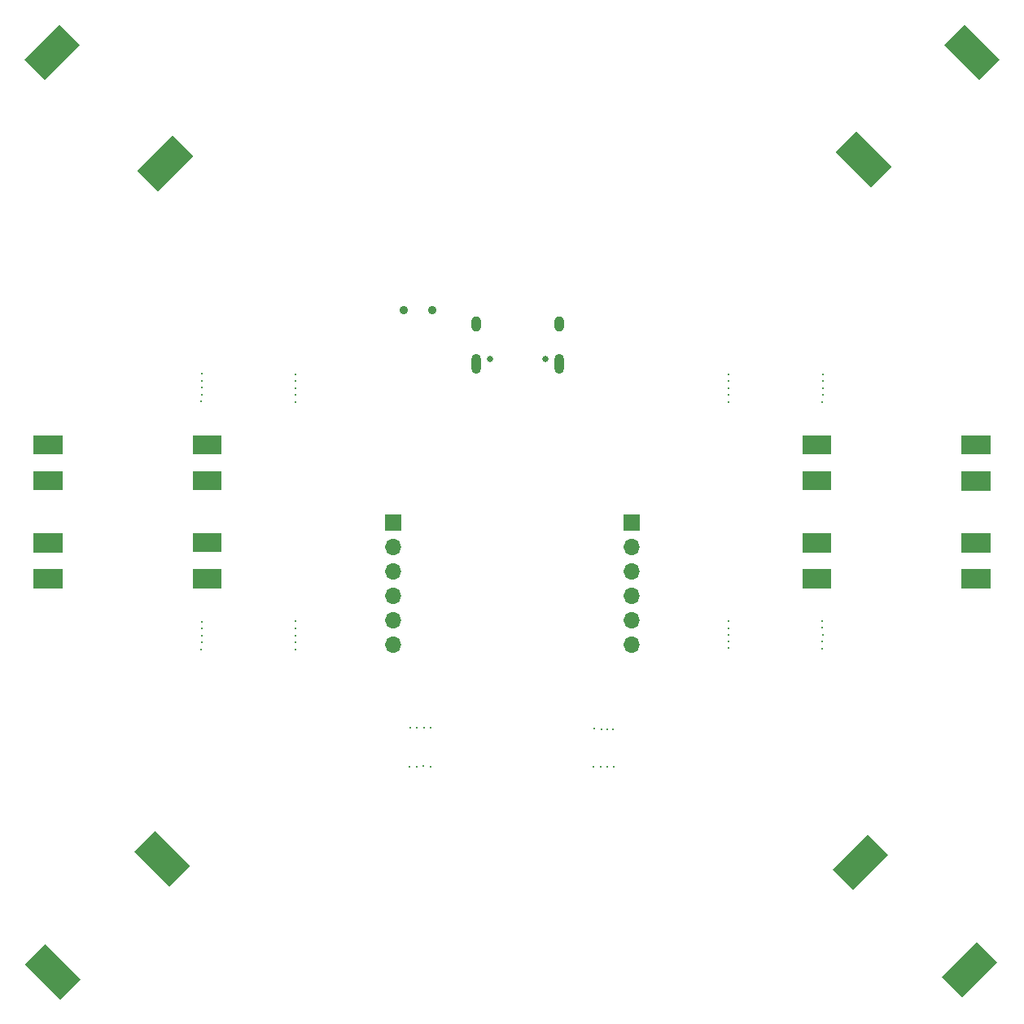
<source format=gbr>
%TF.GenerationSoftware,KiCad,Pcbnew,8.0.1*%
%TF.CreationDate,2024-05-11T18:36:51+02:00*%
%TF.ProjectId,Dron Wi-Fi ESP32,44726f6e-2057-4692-9d46-692045535033,rev?*%
%TF.SameCoordinates,Original*%
%TF.FileFunction,Soldermask,Bot*%
%TF.FilePolarity,Negative*%
%FSLAX46Y46*%
G04 Gerber Fmt 4.6, Leading zero omitted, Abs format (unit mm)*
G04 Created by KiCad (PCBNEW 8.0.1) date 2024-05-11 18:36:51*
%MOMM*%
%LPD*%
G01*
G04 APERTURE LIST*
%ADD10C,0.000000*%
%ADD11C,0.300000*%
%ADD12R,1.700000X1.700000*%
%ADD13O,1.700000X1.700000*%
%ADD14C,0.650000*%
%ADD15O,1.000000X2.100000*%
%ADD16O,1.000000X1.600000*%
%ADD17C,0.900000*%
G04 APERTURE END LIST*
D10*
G36*
X111642170Y-70832170D02*
G01*
X107980760Y-74491040D01*
X105854780Y-72373950D01*
X109520000Y-68710000D01*
X111642170Y-70832170D01*
G37*
G36*
X99912170Y-59272170D02*
G01*
X96250760Y-62931040D01*
X94124780Y-60813950D01*
X97790000Y-57150000D01*
X99912170Y-59272170D01*
G37*
G36*
X195580000Y-60830000D02*
G01*
X193457830Y-62952170D01*
X189798960Y-59290760D01*
X191916050Y-57164780D01*
X195580000Y-60830000D01*
G37*
G36*
X184280000Y-71950000D02*
G01*
X182157830Y-74072170D01*
X178498960Y-70410760D01*
X180616050Y-68284780D01*
X184280000Y-71950000D01*
G37*
G36*
X195332170Y-154662170D02*
G01*
X191670760Y-158321040D01*
X189544780Y-156203950D01*
X193210000Y-152540000D01*
X195332170Y-154662170D01*
G37*
G36*
X183992170Y-143542170D02*
G01*
X180330760Y-147201040D01*
X178204780Y-145083950D01*
X181870000Y-141420000D01*
X183992170Y-143542170D01*
G37*
G36*
X99940000Y-156470000D02*
G01*
X97817830Y-158592170D01*
X94158960Y-154930760D01*
X96276050Y-152804780D01*
X99940000Y-156470000D01*
G37*
G36*
X178041988Y-105615581D02*
G01*
X175041998Y-105615581D01*
X175041998Y-103615581D01*
X178041988Y-103615581D01*
X178041988Y-105615581D01*
G37*
G36*
X178041988Y-112067181D02*
G01*
X175041998Y-112067181D01*
X175041998Y-110067181D01*
X178041988Y-110067181D01*
X178041988Y-112067181D01*
G37*
G36*
X178041988Y-115800981D02*
G01*
X175041998Y-115800981D01*
X175041998Y-113800981D01*
X178041988Y-113800981D01*
X178041988Y-115800981D01*
G37*
G36*
X194602788Y-115794631D02*
G01*
X191602798Y-115794631D01*
X191602798Y-113794631D01*
X194602788Y-113794631D01*
X194602788Y-115794631D01*
G37*
G36*
X194602788Y-112067181D02*
G01*
X191602798Y-112067181D01*
X191602798Y-110067181D01*
X194602788Y-110067181D01*
X194602788Y-112067181D01*
G37*
G36*
X194602788Y-105634631D02*
G01*
X191602798Y-105634631D01*
X191602798Y-103634631D01*
X194602788Y-103634631D01*
X194602788Y-105634631D01*
G37*
G36*
X194602788Y-101881781D02*
G01*
X191602798Y-101881781D01*
X191602798Y-99881781D01*
X194602788Y-99881781D01*
X194602788Y-101881781D01*
G37*
G36*
X178041988Y-101881781D02*
G01*
X175041998Y-101881781D01*
X175041998Y-99881781D01*
X178041988Y-99881781D01*
X178041988Y-101881781D01*
G37*
G36*
X178041988Y-105615581D02*
G01*
X175041998Y-105615581D01*
X175041998Y-103615581D01*
X178041988Y-103615581D01*
X178041988Y-105615581D01*
G37*
G36*
X114642828Y-105615581D02*
G01*
X111642838Y-105615581D01*
X111642838Y-103615581D01*
X114642828Y-103615581D01*
X114642828Y-105615581D01*
G37*
G36*
X114642828Y-101881781D02*
G01*
X111642838Y-101881781D01*
X111642838Y-99881781D01*
X114642828Y-99881781D01*
X114642828Y-101881781D01*
G37*
G36*
X98082788Y-101881781D02*
G01*
X95082798Y-101881781D01*
X95082798Y-99881781D01*
X98082788Y-99881781D01*
X98082788Y-101881781D01*
G37*
G36*
X98082788Y-105615581D02*
G01*
X95082798Y-105615581D01*
X95082798Y-103615581D01*
X98082788Y-103615581D01*
X98082788Y-105615581D01*
G37*
G36*
X98082788Y-112067181D02*
G01*
X95082798Y-112067181D01*
X95082798Y-110067181D01*
X98082788Y-110067181D01*
X98082788Y-112067181D01*
G37*
G36*
X98082788Y-115800981D02*
G01*
X95082798Y-115800981D01*
X95082798Y-113800981D01*
X98082788Y-113800981D01*
X98082788Y-115800981D01*
G37*
G36*
X114642828Y-115800981D02*
G01*
X111642838Y-115800981D01*
X111642838Y-113800981D01*
X114642828Y-113800981D01*
X114642828Y-115800981D01*
G37*
G36*
X111640005Y-110050000D02*
G01*
X114639995Y-110050000D01*
X114639995Y-112050000D01*
X111640005Y-112050000D01*
X111640005Y-110050000D01*
G37*
G36*
X111360581Y-144737864D02*
G01*
X109238411Y-146860034D01*
X105579541Y-143198624D01*
X107696631Y-141072644D01*
X111360581Y-144737864D01*
G37*
D11*
%TO.C,REF\u002A\u002A*%
X122340000Y-121420000D03*
%TD*%
D12*
%TO.C,J7*%
X132500000Y-109000000D03*
D13*
X132500000Y-111540000D03*
X132500000Y-114080000D03*
X132500000Y-116620000D03*
X132500000Y-119160000D03*
X132500000Y-121700000D03*
%TD*%
D11*
%TO.C,REF\u002A\u002A*%
X134200000Y-134340000D03*
%TD*%
D14*
%TO.C,J1*%
X148320000Y-91950000D03*
X142540000Y-91950000D03*
D15*
X149750000Y-92480000D03*
D16*
X149750000Y-88300000D03*
D15*
X141110000Y-92480000D03*
D16*
X141110000Y-88300000D03*
%TD*%
D11*
%TO.C,REF\u002A\u002A*%
X122340000Y-93550000D03*
%TD*%
%TO.C,REF\u002A\u002A*%
X135650000Y-134330000D03*
%TD*%
%TO.C,REF\u002A\u002A*%
X177140000Y-121360000D03*
%TD*%
%TO.C,REF\u002A\u002A*%
X177150000Y-93540000D03*
%TD*%
%TO.C,REF\u002A\u002A*%
X136390000Y-130340000D03*
%TD*%
D17*
%TO.C,SW1*%
X136575000Y-86875000D03*
X133575000Y-86875000D03*
%TD*%
D11*
%TO.C,REF\u002A\u002A*%
X112550000Y-94230000D03*
%TD*%
%TO.C,REF\u002A\u002A*%
X122340000Y-94280000D03*
%TD*%
%TO.C,*%
X167330000Y-121350000D03*
%TD*%
%TO.C,REF\u002A\u002A*%
X177140000Y-96440000D03*
%TD*%
%TO.C,REF\u002A\u002A*%
X112560000Y-120730000D03*
%TD*%
%TO.C,REF\u002A\u002A*%
X122340000Y-119990000D03*
%TD*%
%TO.C,REF\u002A\u002A*%
X112550000Y-120010000D03*
%TD*%
%TO.C,*%
X167340000Y-119220000D03*
%TD*%
%TO.C,REF\u002A\u002A*%
X177140000Y-119200000D03*
%TD*%
%TO.C,REF\u002A\u002A*%
X122350000Y-95000000D03*
%TD*%
%TO.C,REF\u002A\u002A*%
X153390000Y-130430000D03*
%TD*%
%TO.C,*%
X167340000Y-95720000D03*
%TD*%
%TO.C,REF\u002A\u002A*%
X122330000Y-96450000D03*
%TD*%
%TO.C,*%
X167350000Y-94260000D03*
%TD*%
%TO.C,REF\u002A\u002A*%
X122340000Y-119260000D03*
%TD*%
%TO.C,*%
X153340000Y-134340000D03*
%TD*%
%TO.C,REF\u002A\u002A*%
X177140000Y-119930000D03*
%TD*%
%TO.C,REF\u002A\u002A*%
X135680000Y-130330000D03*
%TD*%
%TO.C,REF\u002A\u002A*%
X177160000Y-94990000D03*
%TD*%
%TO.C,REF\u002A\u002A*%
X134930000Y-134340000D03*
%TD*%
%TO.C,REF\u002A\u002A*%
X112560000Y-94950000D03*
%TD*%
%TO.C,REF\u002A\u002A*%
X112540000Y-96400000D03*
%TD*%
%TO.C,REF\u002A\u002A*%
X122350000Y-120710000D03*
%TD*%
%TO.C,REF\u002A\u002A*%
X177150000Y-94270000D03*
%TD*%
D12*
%TO.C,J8*%
X157275000Y-109000000D03*
D13*
X157275000Y-111540000D03*
X157275000Y-114080000D03*
X157275000Y-116620000D03*
X157275000Y-119160000D03*
X157275000Y-121700000D03*
%TD*%
D11*
%TO.C,REF\u002A\u002A*%
X136360000Y-134340000D03*
%TD*%
%TO.C,*%
X167340000Y-93530000D03*
%TD*%
%TO.C,*%
X154710000Y-134340000D03*
%TD*%
%TO.C,REF\u002A\u002A*%
X155370000Y-130450000D03*
%TD*%
%TO.C,REF\u002A\u002A*%
X177150000Y-95700000D03*
%TD*%
%TO.C,REF\u002A\u002A*%
X112550000Y-93500000D03*
%TD*%
%TO.C,REF\u002A\u002A*%
X177130000Y-122100000D03*
%TD*%
%TO.C,REF\u002A\u002A*%
X112550000Y-121440000D03*
%TD*%
%TO.C,*%
X154040000Y-134340000D03*
%TD*%
%TO.C,REF\u002A\u002A*%
X122340000Y-95710000D03*
%TD*%
%TO.C,*%
X167340000Y-120620000D03*
%TD*%
%TO.C,REF\u002A\u002A*%
X122330000Y-122160000D03*
%TD*%
%TO.C,REF\u002A\u002A*%
X112550000Y-95660000D03*
%TD*%
%TO.C,REF\u002A\u002A*%
X112540000Y-122180000D03*
%TD*%
%TO.C,REF\u002A\u002A*%
X134960000Y-130340000D03*
%TD*%
%TO.C,REF\u002A\u002A*%
X112550000Y-119280000D03*
%TD*%
%TO.C,*%
X167360000Y-95010000D03*
%TD*%
%TO.C,REF\u002A\u002A*%
X177150000Y-120650000D03*
%TD*%
%TO.C,REF\u002A\u002A*%
X134230000Y-130340000D03*
%TD*%
%TO.C,*%
X167340000Y-122040000D03*
%TD*%
%TO.C,*%
X155430000Y-134340000D03*
%TD*%
%TO.C,REF\u002A\u002A*%
X154740000Y-130440000D03*
%TD*%
%TO.C,REF\u002A\u002A*%
X154150000Y-130460000D03*
%TD*%
%TO.C,*%
X167340000Y-119950000D03*
%TD*%
%TO.C,*%
X167340000Y-96450000D03*
%TD*%
M02*

</source>
